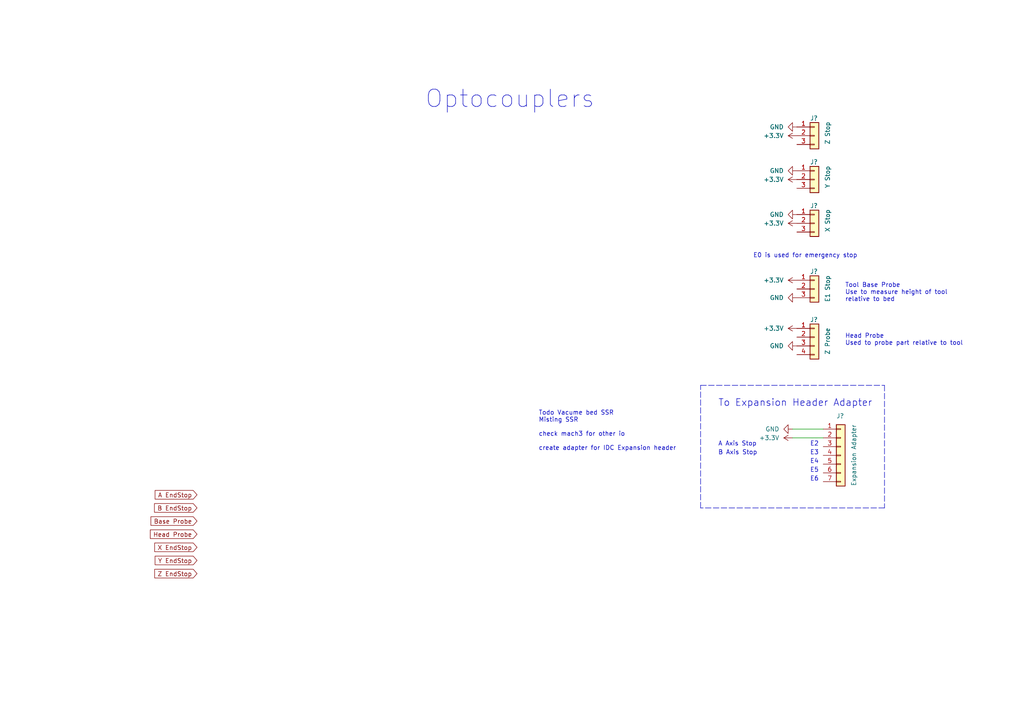
<source format=kicad_sch>
(kicad_sch (version 20211123) (generator eeschema)
  (paper "A4")
  (title_block (title "Optocouplers"))
  (lib_symbols
    (symbol "Connector_Generic:Conn_01x03" (pin_names (offset 1.016) hide)
      (property "Reference" "J" (at 0 5.08 0))
      (property "Value" "Conn_01x03" (at 0 -5.08 0))
      (symbol "Conn_01x03_1_1"
        (rectangle (start -1.27 -2.413) (end 0 -2.667) (stroke (width 0.1524)))
        (rectangle (start -1.27 0.127) (end 0 -0.127) (stroke (width 0.1524)))
        (rectangle (start -1.27 2.667) (end 0 2.413) (stroke (width 0.1524)))
        (rectangle (start -1.27 3.81) (end 1.27 -3.81) (stroke (width 0.254)) (fill (type background)))
        (pin passive line (at -5.08 2.54 0) (length 3.81) (name "Pin_1") (number "1"))
        (pin passive line (at -5.08 0 0) (length 3.81) (name "Pin_2") (number "2"))
        (pin passive line (at -5.08 -2.54 0) (length 3.81) (name "Pin_3") (number "3"))
      )
    )
    (symbol "Connector_Generic:Conn_01x04" (pin_names (offset 1.016) hide)
      (property "Reference" "J" (at 0 5.08 0))
      (property "Value" "Conn_01x04" (at 0 -7.62 0))
      (symbol "Conn_01x04_1_1"
        (rectangle (start -1.27 -4.953) (end 0 -5.207) (stroke (width 0.1524)))
        (rectangle (start -1.27 -2.413) (end 0 -2.667) (stroke (width 0.1524)))
        (rectangle (start -1.27 0.127) (end 0 -0.127) (stroke (width 0.1524)))
        (rectangle (start -1.27 2.667) (end 0 2.413) (stroke (width 0.1524)))
        (rectangle (start -1.27 3.81) (end 1.27 -6.35) (stroke (width 0.254)) (fill (type background)))
        (pin passive line (at -5.08 2.54 0) (length 3.81) (name "Pin_1") (number "1"))
        (pin passive line (at -5.08 0 0) (length 3.81) (name "Pin_2") (number "2"))
        (pin passive line (at -5.08 -2.54 0) (length 3.81) (name "Pin_3") (number "3"))
        (pin passive line (at -5.08 -5.08 0) (length 3.81) (name "Pin_4") (number "4"))
      )
    )
    (symbol "Connector_Generic:Conn_01x07" (pin_names (offset 1.016) hide)
      (property "Reference" "J" (at 0 10.16 0))
      (property "Value" "Conn_01x07" (at 0 -10.16 0))
      (symbol "Conn_01x07_1_1"
        (rectangle (start -1.27 -7.493) (end 0 -7.747) (stroke (width 0.1524)))
        (rectangle (start -1.27 -4.953) (end 0 -5.207) (stroke (width 0.1524)))
        (rectangle (start -1.27 -2.413) (end 0 -2.667) (stroke (width 0.1524)))
        (rectangle (start -1.27 0.127) (end 0 -0.127) (stroke (width 0.1524)))
        (rectangle (start -1.27 2.667) (end 0 2.413) (stroke (width 0.1524)))
        (rectangle (start -1.27 5.207) (end 0 4.953) (stroke (width 0.1524)))
        (rectangle (start -1.27 7.747) (end 0 7.493) (stroke (width 0.1524)))
        (rectangle (start -1.27 8.89) (end 1.27 -8.89) (stroke (width 0.254)) (fill (type background)))
        (pin passive line (at -5.08 7.62 0) (length 3.81) (name "Pin_1") (number "1"))
        (pin passive line (at -5.08 5.08 0) (length 3.81) (name "Pin_2") (number "2"))
        (pin passive line (at -5.08 2.54 0) (length 3.81) (name "Pin_3") (number "3"))
        (pin passive line (at -5.08 0 0) (length 3.81) (name "Pin_4") (number "4"))
        (pin passive line (at -5.08 -2.54 0) (length 3.81) (name "Pin_5") (number "5"))
        (pin passive line (at -5.08 -5.08 0) (length 3.81) (name "Pin_6") (number "6"))
        (pin passive line (at -5.08 -7.62 0) (length 3.81) (name "Pin_7") (number "7"))
      )
    )
    (symbol "power:+3.3V" (power) (pin_names (offset 0))
      (property "Value" "+3.3V" (at 0 3.556 0))
      (symbol "+3.3V_0_1"
        (polyline (pts (xy -0.762 1.27) (xy 0 2.54)))
        (polyline (pts (xy 0 0) (xy 0 2.54)))
        (polyline (pts (xy 0 2.54) (xy 0.762 1.27)))
      )
      (symbol "+3.3V_1_1"
        (pin power_in line (at 0 0 90) (length 0) hide (name "+3.3V") (number "1"))
      )
    )
    (symbol "power:GND" (power) (pin_names (offset 0))
      (property "Value" "GND" (at 0 -3.81 0))
      (symbol "GND_0_1"
        (polyline (pts (xy 0 0) (xy 0 -1.27) (xy 1.27 -1.27) (xy 0 -2.54) (xy -1.27 -1.27) (xy 0 -1.27)))
      )
      (symbol "GND_1_1"
        (pin power_in line (at 0 0 270) (length 0) hide (name "GND") (number "1"))
      )
    )
  )
  (wire (pts (xy 229.87 127) (xy 238.76 127)))
  (polyline (pts (xy 256.54 147.32) (xy 203.2 147.32)))
  (polyline (pts (xy 256.54 111.76) (xy 256.54 147.32)))
  (polyline (pts (xy 203.2 147.32) (xy 203.2 111.76)))
  (wire (pts (xy 229.87 124.46) (xy 238.76 124.46)))
  (polyline (pts (xy 203.2 111.76) (xy 256.54 111.76)))
  (text "Tool Base Probe\nUse to measure height of tool\nrelative to bed" (at 245.11 87.63 0) (effects (font (size 1.27 1.27)) (justify left bottom)))
  (text "E0 is used for emergency stop" (at 218.44 74.93 0) (effects (font (size 1.27 1.27)) (justify left bottom)))
  (text "E2" (at 234.95 129.54 0) (effects (font (size 1.27 1.27)) (justify left bottom)))
  (text "E4" (at 234.95 134.62 0) (effects (font (size 1.27 1.27)) (justify left bottom)))
  (text "To Expansion Header Adapter" (at 208.28 118.11 0) (effects (font (size 2 2)) (justify left bottom)))
  (text "Optocouplers" (at 123.19 31.75 0) (effects (font (size 5.02 5.02)) (justify left bottom)))
  (text "E6" (at 234.95 139.7 0) (effects (font (size 1.27 1.27)) (justify left bottom)))
  (text "Head Probe\nUsed to probe part relative to tool" (at 245.11 100.33 0) (effects (font (size 1.27 1.27)) (justify left bottom)))
  (text "E3" (at 234.95 132.08 0) (effects (font (size 1.27 1.27)) (justify left bottom)))
  (text "E5" (at 234.95 137.16 0) (effects (font (size 1.27 1.27)) (justify left bottom)))
  (text "Todo Vacume bed SSR\nMisting SSR\n\ncheck mach3 for other io\n\ncreate adapter for IDC Expansion header" (at 156.21 130.81 0) (effects (font (size 1.27 1.27)) (justify left bottom)))
  (text "A Axis Stop" (at 208.28 129.54 0) (effects (font (size 1.27 1.27)) (justify left bottom)))
  (text "B Axis Stop" (at 208.28 132.08 0) (effects (font (size 1.27 1.27)) (justify left bottom)))
  (global_label "Head Probe" (shape input) (at 57.15 154.94 180) (property "Intersheet References" "${INTERSHEET_REFS}" (effects hide)))
  (global_label "X EndStop" (shape input) (at 57.15 158.75 180) (property "Intersheet References" "${INTERSHEET_REFS}" (effects hide)))
  (global_label "Z EndStop" (shape input) (at 57.15 166.37 180) (property "Intersheet References" "${INTERSHEET_REFS}" (effects hide)))
  (global_label "A EndStop" (shape input) (at 57.15 143.51 180) (property "Intersheet References" "${INTERSHEET_REFS}" (effects hide)))
  (global_label "B EndStop" (shape input) (at 57.15 147.32 180) (property "Intersheet References" "${INTERSHEET_REFS}" (effects hide)))
  (global_label "Y EndStop" (shape input) (at 57.15 162.56 180) (property "Intersheet References" "${INTERSHEET_REFS}" (effects hide)))
  (global_label "Base Probe" (shape input) (at 57.15 151.13 180) (property "Intersheet References" "${INTERSHEET_REFS}" (effects hide)))
  (symbol (lib_id "power:+3.3V") (at 231.14 52.07 90) (unit 1)
    (property "Reference" "#PWR?" (effects hide))
    (property "Value" "+3.3V" (at 227.33 52.0699 90) (effects (justify left)))
  )
  (symbol (lib_id "power:GND") (at 231.14 86.36 270) (unit 1)
    (property "Reference" "#PWR?" (effects hide))
    (property "Value" "GND" (at 227.33 86.3599 90) (effects (justify right)))
  )
  (symbol (lib_id "power:GND") (at 231.14 36.83 270) (unit 1)
    (property "Reference" "#PWR?" (effects hide))
    (property "Value" "GND" (at 227.33 36.8299 90) (effects (justify right)))
  )
  (symbol (lib_id "Connector_Generic:Conn_01x03") (at 236.22 52.07 0) (unit 1)
    (property "Reference" "J?" (at 234.95 46.99 0) (effects (justify left)))
    (property "Value" "Y Stop" (at 240.03 54.61 90) (effects (justify left)))
  )
  (symbol (lib_id "power:GND") (at 231.14 49.53 270) (unit 1)
    (property "Reference" "#PWR?" (effects hide))
    (property "Value" "GND" (at 227.33 49.5299 90) (effects (justify right)))
  )
  (symbol (lib_id "Connector_Generic:Conn_01x03") (at 236.22 83.82 0) (unit 1)
    (property "Reference" "J?" (at 234.95 78.74 0) (effects (justify left)))
    (property "Value" "E1 Stop" (at 240.03 87.63 90) (effects (justify left)))
  )
  (symbol (lib_id "power:GND") (at 231.14 100.33 270) (unit 1)
    (property "Reference" "#PWR?" (effects hide))
    (property "Value" "GND" (at 227.33 100.3299 90) (effects (justify right)))
  )
  (symbol (lib_id "power:+3.3V") (at 231.14 81.28 90) (unit 1)
    (property "Reference" "#PWR?" (effects hide))
    (property "Value" "+3.3V" (at 227.33 81.2799 90) (effects (justify left)))
  )
  (symbol (lib_id "power:GND") (at 229.87 124.46 270) (unit 1)
    (property "Reference" "#PWR?" (effects hide))
    (property "Value" "GND" (at 226.06 124.4599 90) (effects (justify right)))
  )
  (symbol (lib_id "Connector_Generic:Conn_01x03") (at 236.22 39.37 0) (unit 1)
    (property "Reference" "J?" (at 234.95 34.29 0) (effects (justify left)))
    (property "Value" "Z Stop" (at 240.03 41.91 90) (effects (justify left)))
  )
  (symbol (lib_id "power:GND") (at 231.14 62.23 270) (unit 1)
    (property "Reference" "#PWR?" (effects hide))
    (property "Value" "GND" (at 227.33 62.2299 90) (effects (justify right)))
  )
  (symbol (lib_id "power:+3.3V") (at 231.14 39.37 90) (unit 1)
    (property "Reference" "#PWR?" (effects hide))
    (property "Value" "+3.3V" (at 227.33 39.3699 90) (effects (justify left)))
  )
  (symbol (lib_id "Connector_Generic:Conn_01x03") (at 236.22 64.77 0) (unit 1)
    (property "Reference" "J?" (at 234.95 59.69 0) (effects (justify left)))
    (property "Value" "X Stop" (at 240.03 67.31 90) (effects (justify left)))
  )
  (symbol (lib_id "power:+3.3V") (at 231.14 95.25 90) (unit 1)
    (property "Reference" "#PWR?" (effects hide))
    (property "Value" "+3.3V" (at 227.33 95.2499 90) (effects (justify left)))
  )
  (symbol (lib_id "power:+3.3V") (at 229.87 127 90) (unit 1)
    (property "Reference" "#PWR?" (effects hide))
    (property "Value" "+3.3V" (at 226.06 126.9999 90) (effects (justify left)))
  )
  (symbol (lib_id "Connector_Generic:Conn_01x04") (at 236.22 97.79 0) (unit 1)
    (property "Reference" "J?" (at 234.95 92.71 0) (effects (justify left)))
    (property "Value" "Z Probe" (at 240.03 102.87 90) (effects (justify left)))
  )
  (symbol (lib_id "Connector_Generic:Conn_01x07") (at 243.84 132.08 0) (unit 1)
    (property "Reference" "J?" (at 242.57 120.65 0) (effects (justify left)))
    (property "Value" "Expansion Adapter" (at 247.65 140.97 90) (effects (justify left)))
  )
  (symbol (lib_id "power:+3.3V") (at 231.14 64.77 90) (unit 1)
    (property "Reference" "#PWR?" (effects hide))
    (property "Value" "+3.3V" (at 227.33 64.7699 90) (effects (justify left)))
  )
)
</source>
